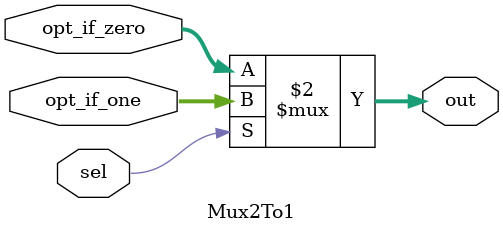
<source format=v>
parameter INPUT_SIZE = 32;

module Mux2To1(
    opt_if_zero, opt_if_one, sel,
    out
);
    input sel;
    input [INPUT_SIZE - 1:0] opt_if_zero;
    input [INPUT_SIZE - 1:0] opt_if_one;    

    output [INPUT_SIZE - 1:0] out;

    assign out = (sel == 1'b1) ? opt_if_one : opt_if_zero;

endmodule
</source>
